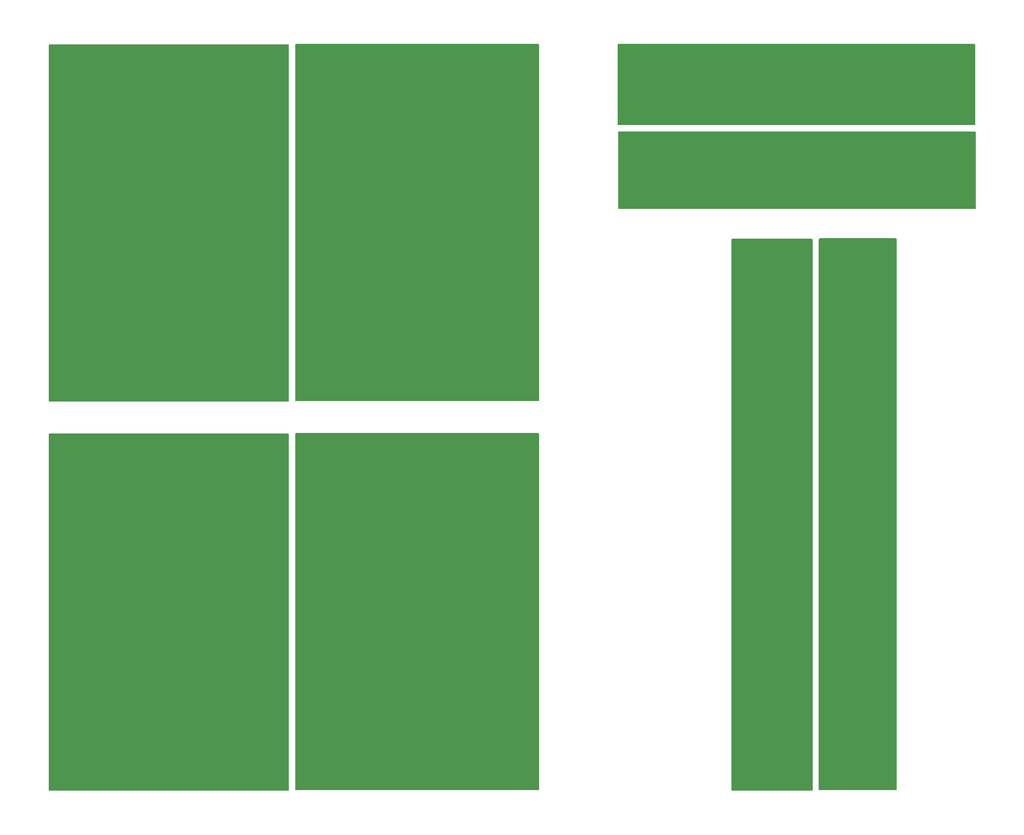
<source format=gbl>
G04 #@! TF.GenerationSoftware,KiCad,Pcbnew,(6.0.1)*
G04 #@! TF.CreationDate,2023-02-28T23:31:36-08:00*
G04 #@! TF.ProjectId,Current Test Bench,43757272-656e-4742-9054-657374204265,rev?*
G04 #@! TF.SameCoordinates,Original*
G04 #@! TF.FileFunction,Copper,L2,Bot*
G04 #@! TF.FilePolarity,Positive*
%FSLAX46Y46*%
G04 Gerber Fmt 4.6, Leading zero omitted, Abs format (unit mm)*
G04 Created by KiCad (PCBNEW (6.0.1)) date 2023-02-28 23:31:36*
%MOMM*%
%LPD*%
G01*
G04 APERTURE LIST*
G04 Aperture macros list*
%AMRoundRect*
0 Rectangle with rounded corners*
0 $1 Rounding radius*
0 $2 $3 $4 $5 $6 $7 $8 $9 X,Y pos of 4 corners*
0 Add a 4 corners polygon primitive as box body*
4,1,4,$2,$3,$4,$5,$6,$7,$8,$9,$2,$3,0*
0 Add four circle primitives for the rounded corners*
1,1,$1+$1,$2,$3*
1,1,$1+$1,$4,$5*
1,1,$1+$1,$6,$7*
1,1,$1+$1,$8,$9*
0 Add four rect primitives between the rounded corners*
20,1,$1+$1,$2,$3,$4,$5,0*
20,1,$1+$1,$4,$5,$6,$7,0*
20,1,$1+$1,$6,$7,$8,$9,0*
20,1,$1+$1,$8,$9,$2,$3,0*%
G04 Aperture macros list end*
G04 #@! TA.AperFunction,ComponentPad*
%ADD10C,7.600000*%
G04 #@! TD*
G04 #@! TA.AperFunction,ComponentPad*
%ADD11RoundRect,1.900000X-1.900000X-1.900000X1.900000X-1.900000X1.900000X1.900000X-1.900000X1.900000X0*%
G04 #@! TD*
G04 #@! TA.AperFunction,ComponentPad*
%ADD12RoundRect,1.900000X-1.900000X1.900000X-1.900000X-1.900000X1.900000X-1.900000X1.900000X1.900000X0*%
G04 #@! TD*
G04 #@! TA.AperFunction,ComponentPad*
%ADD13RoundRect,1.900000X1.900000X1.900000X-1.900000X1.900000X-1.900000X-1.900000X1.900000X-1.900000X0*%
G04 #@! TD*
G04 APERTURE END LIST*
D10*
X160860000Y-139700000D03*
D11*
X149860000Y-139700000D03*
D10*
X165025000Y-53760000D03*
D12*
X165025000Y-42760000D03*
D10*
X160860000Y-76200000D03*
D11*
X149860000Y-76200000D03*
D10*
X68160000Y-78740000D03*
D13*
X79160000Y-78740000D03*
D10*
X137085000Y-53760000D03*
D12*
X137085000Y-42760000D03*
D10*
X68160000Y-109220000D03*
D13*
X79160000Y-109220000D03*
D10*
X68160000Y-137160000D03*
D13*
X79160000Y-137160000D03*
D10*
X68160000Y-50800000D03*
D13*
X79160000Y-50800000D03*
G04 #@! TA.AperFunction,Conductor*
G36*
X73052121Y-96540002D02*
G01*
X73098614Y-96593658D01*
X73110000Y-96646000D01*
X73110000Y-152274000D01*
X73089998Y-152342121D01*
X73036342Y-152388614D01*
X72984000Y-152400000D01*
X35686000Y-152400000D01*
X35617879Y-152379998D01*
X35571386Y-152326342D01*
X35560000Y-152274000D01*
X35560000Y-96646000D01*
X35580002Y-96577879D01*
X35633658Y-96531386D01*
X35686000Y-96520000D01*
X72984000Y-96520000D01*
X73052121Y-96540002D01*
G37*
G04 #@! TD.AperFunction*
G04 #@! TA.AperFunction,Conductor*
G36*
X112117121Y-96465002D02*
G01*
X112163614Y-96518658D01*
X112175000Y-96571000D01*
X112175000Y-152199000D01*
X112154998Y-152267121D01*
X112101342Y-152313614D01*
X112049000Y-152325000D01*
X74201000Y-152325000D01*
X74132879Y-152304998D01*
X74086386Y-152251342D01*
X74075000Y-152199000D01*
X74075000Y-96571000D01*
X74095002Y-96502879D01*
X74148658Y-96456386D01*
X74201000Y-96445000D01*
X112049000Y-96445000D01*
X112117121Y-96465002D01*
G37*
G04 #@! TD.AperFunction*
G04 #@! TA.AperFunction,Conductor*
G36*
X112117121Y-35580002D02*
G01*
X112163614Y-35633658D01*
X112175000Y-35686000D01*
X112175000Y-91314000D01*
X112154998Y-91382121D01*
X112101342Y-91428614D01*
X112049000Y-91440000D01*
X74201000Y-91440000D01*
X74132879Y-91419998D01*
X74086386Y-91366342D01*
X74075000Y-91314000D01*
X74075000Y-35686000D01*
X74095002Y-35617879D01*
X74148658Y-35571386D01*
X74201000Y-35560000D01*
X112049000Y-35560000D01*
X112117121Y-35580002D01*
G37*
G04 #@! TD.AperFunction*
G04 #@! TA.AperFunction,Conductor*
G36*
X73052121Y-35655002D02*
G01*
X73098614Y-35708658D01*
X73110000Y-35761000D01*
X73110000Y-91389000D01*
X73089998Y-91457121D01*
X73036342Y-91503614D01*
X72984000Y-91515000D01*
X35686000Y-91515000D01*
X35617879Y-91494998D01*
X35571386Y-91441342D01*
X35560000Y-91389000D01*
X35560000Y-35761000D01*
X35580002Y-35692879D01*
X35633658Y-35646386D01*
X35686000Y-35635000D01*
X72984000Y-35635000D01*
X73052121Y-35655002D01*
G37*
G04 #@! TD.AperFunction*
G04 #@! TA.AperFunction,Conductor*
G36*
X167997121Y-65985002D02*
G01*
X168043614Y-66038658D01*
X168055000Y-66091000D01*
X168055000Y-152199000D01*
X168034998Y-152267121D01*
X167981342Y-152313614D01*
X167929000Y-152325000D01*
X156031000Y-152325000D01*
X155962879Y-152304998D01*
X155916386Y-152251342D01*
X155905000Y-152199000D01*
X155905000Y-66091000D01*
X155925002Y-66022879D01*
X155978658Y-65976386D01*
X156031000Y-65965000D01*
X167929000Y-65965000D01*
X167997121Y-65985002D01*
G37*
G04 #@! TD.AperFunction*
G04 #@! TA.AperFunction,Conductor*
G36*
X154882121Y-66060002D02*
G01*
X154928614Y-66113658D01*
X154940000Y-66166000D01*
X154940000Y-152274000D01*
X154919998Y-152342121D01*
X154866342Y-152388614D01*
X154814000Y-152400000D01*
X142366000Y-152400000D01*
X142297879Y-152379998D01*
X142251386Y-152326342D01*
X142240000Y-152274000D01*
X142240000Y-66166000D01*
X142260002Y-66097879D01*
X142313658Y-66051386D01*
X142366000Y-66040000D01*
X154814000Y-66040000D01*
X154882121Y-66060002D01*
G37*
G04 #@! TD.AperFunction*
G04 #@! TA.AperFunction,Conductor*
G36*
X180282121Y-35580002D02*
G01*
X180328614Y-35633658D01*
X180340000Y-35686000D01*
X180340000Y-48134000D01*
X180319998Y-48202121D01*
X180266342Y-48248614D01*
X180214000Y-48260000D01*
X124586000Y-48260000D01*
X124517879Y-48239998D01*
X124471386Y-48186342D01*
X124460000Y-48134000D01*
X124460000Y-35686000D01*
X124480002Y-35617879D01*
X124533658Y-35571386D01*
X124586000Y-35560000D01*
X180214000Y-35560000D01*
X180282121Y-35580002D01*
G37*
G04 #@! TD.AperFunction*
G04 #@! TA.AperFunction,Conductor*
G36*
X180357121Y-49245002D02*
G01*
X180403614Y-49298658D01*
X180415000Y-49351000D01*
X180415000Y-61249000D01*
X180394998Y-61317121D01*
X180341342Y-61363614D01*
X180289000Y-61375000D01*
X124661000Y-61375000D01*
X124592879Y-61354998D01*
X124546386Y-61301342D01*
X124535000Y-61249000D01*
X124535000Y-49351000D01*
X124555002Y-49282879D01*
X124608658Y-49236386D01*
X124661000Y-49225000D01*
X180289000Y-49225000D01*
X180357121Y-49245002D01*
G37*
G04 #@! TD.AperFunction*
M02*

</source>
